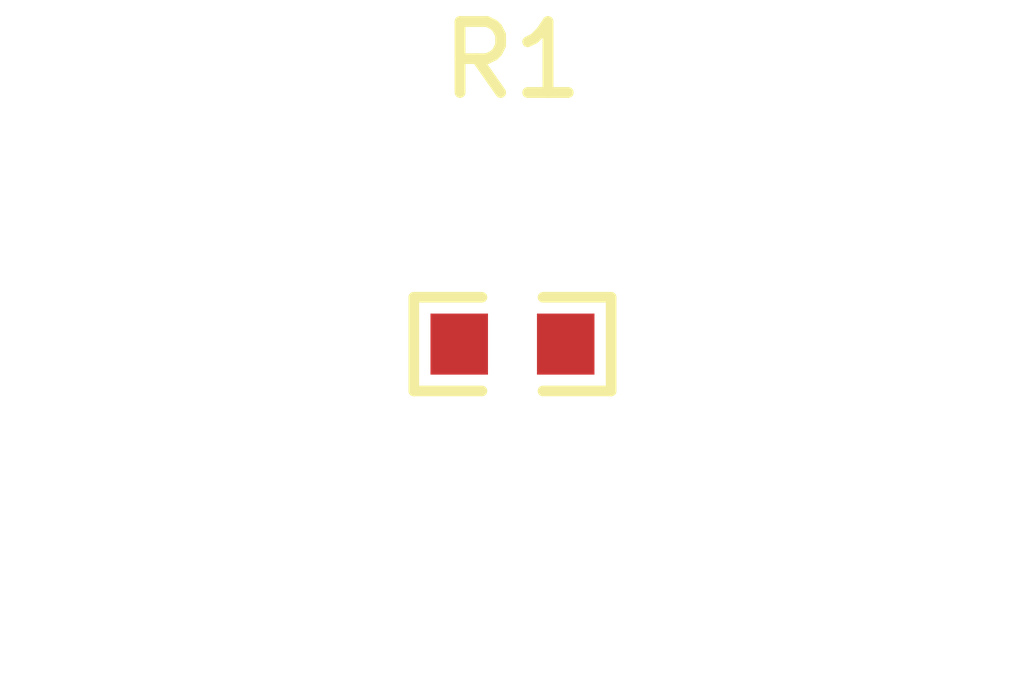
<source format=kicad_pcb>
(kicad_pcb (version 20241229) (generator "atopile") (generator_version "0.12.4")
  (layers (0 "F.Cu" signal) (31 "B.Cu" signal) (34 "B.Paste" user) (35 "F.Paste" user) (36 "B.SilkS" user "B.Silkscreen") (37 "F.SilkS" user "F.Silkscreen") (38 "B.Mask" user) (39 "F.Mask" user) (44 "Edge.Cuts" user))
  (net 0 "")
  (net 1 "footprint-net-0")
  (net 2 "footprint-net-1")
  (footprint "UNI_ROYAL_0603WAF1000T5E:R0603" (layer "F.Cu") (at 0 0 0)
    (property "Reference" "R1" (at 0 -4 0) (layer "F.SilkS") (hide no))
    (property "Value" "100Ω ±1% 100mW")
    (fp_line (start 0.43 0.66) (end 1.39 0.66) (stroke (width 0.15)) (layer "F.SilkS"))
    (fp_line (start 1.39 0.66) (end 1.39 -0.66) (stroke (width 0.15)) (layer "F.SilkS"))
    (fp_line (start 1.39 -0.66) (end 0.43 -0.66) (stroke (width 0.15)) (layer "F.SilkS"))
    (fp_line (start -0.43 0.66) (end -1.39 0.66) (stroke (width 0.15)) (layer "F.SilkS"))
    (fp_line (start -1.39 0.66) (end -1.39 -0.66) (stroke (width 0.15)) (layer "F.SilkS"))
    (fp_line (start -1.39 -0.66) (end -0.43 -0.66) (stroke (width 0.15)) (layer "F.SilkS"))
    (fp_text user "${REFERENCE}" (at 0 -4 0) (layer "F.SilkS"))
    (pad "2" smd rect (at 0.75 0 0) (size 0.81 0.86) (layers "F.Cu" "F.Paste" "F.Mask") (net 2 "footprint-net-1"))
    (pad "1" smd rect (at -0.75 0 0) (size 0.81 0.86) (layers "F.Cu" "F.Paste" "F.Mask") (net 1 "footprint-net-0"))
  )
)
</source>
